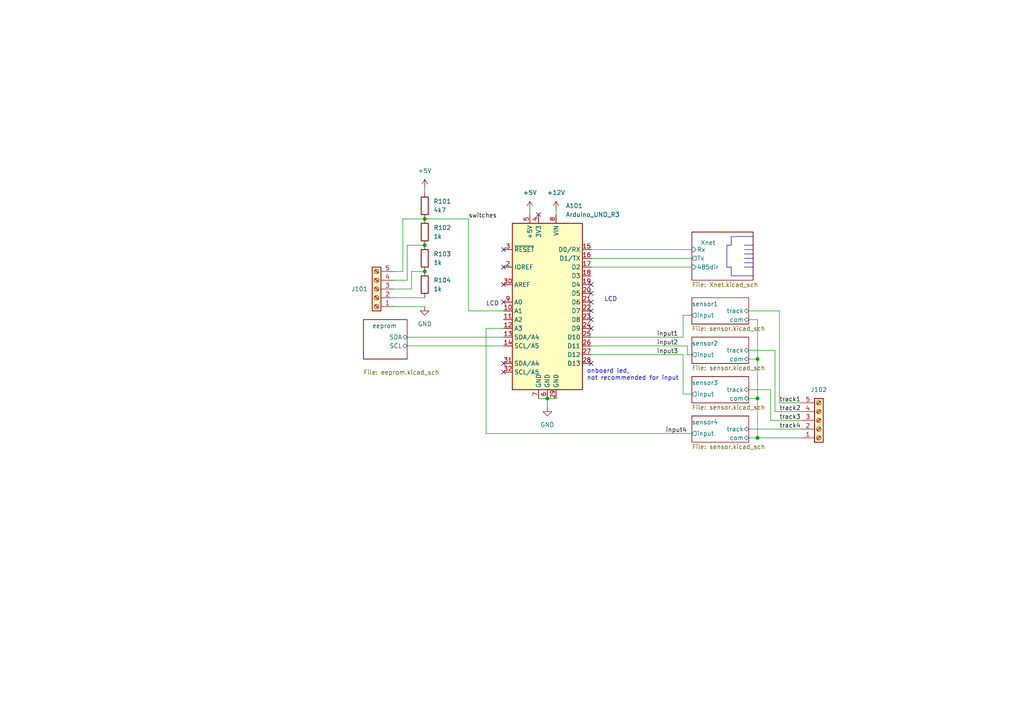
<source format=kicad_sch>
(kicad_sch (version 20230121) (generator eeschema)
  (paper "A4")
  (lib_symbols
    (symbol "Connector:Screw_Terminal_01x05" (pin_names (offset 1.016) hide)
      (property "Reference" "J" (at 0 7.62 0))
      (property "Value" "Screw_Terminal_01x05" (at 0 -7.62 0))
      (symbol "Screw_Terminal_01x05_1_1"
        (rectangle (start -1.27 6.35) (end 1.27 -6.35) (stroke (width 0.254)) (fill (type background)))
        (circle (center 0 -5.08) (radius 0.635) (stroke (width 0.1524)))
        (circle (center 0 -2.54) (radius 0.635) (stroke (width 0.1524)))
        (polyline (pts (xy -0.5334 -4.7498) (xy 0.3302 -5.588)) (stroke (width 0.1524)))
        (polyline (pts (xy -0.5334 -2.2098) (xy 0.3302 -3.048)) (stroke (width 0.1524)))
        (polyline (pts (xy -0.5334 0.3302) (xy 0.3302 -0.508)) (stroke (width 0.1524)))
        (polyline (pts (xy -0.5334 2.8702) (xy 0.3302 2.032)) (stroke (width 0.1524)))
        (polyline (pts (xy -0.5334 5.4102) (xy 0.3302 4.572)) (stroke (width 0.1524)))
        (polyline (pts (xy -0.3556 -4.572) (xy 0.508 -5.4102)) (stroke (width 0.1524)))
        (polyline (pts (xy -0.3556 -2.032) (xy 0.508 -2.8702)) (stroke (width 0.1524)))
        (polyline (pts (xy -0.3556 0.508) (xy 0.508 -0.3302)) (stroke (width 0.1524)))
        (polyline (pts (xy -0.3556 3.048) (xy 0.508 2.2098)) (stroke (width 0.1524)))
        (polyline (pts (xy -0.3556 5.588) (xy 0.508 4.7498)) (stroke (width 0.1524)))
        (circle (center 0 0) (radius 0.635) (stroke (width 0.1524)))
        (circle (center 0 2.54) (radius 0.635) (stroke (width 0.1524)))
        (circle (center 0 5.08) (radius 0.635) (stroke (width 0.1524)))
        (pin passive line (at -5.08 5.08 0) (length 3.81) (name "Pin_1") (number "1"))
        (pin passive line (at -5.08 2.54 0) (length 3.81) (name "Pin_2") (number "2"))
        (pin passive line (at -5.08 0 0) (length 3.81) (name "Pin_3") (number "3"))
        (pin passive line (at -5.08 -2.54 0) (length 3.81) (name "Pin_4") (number "4"))
        (pin passive line (at -5.08 -5.08 0) (length 3.81) (name "Pin_5") (number "5"))
      )
    )
    (symbol "Device:R" (pin_numbers hide) (pin_names (offset 0))
      (property "Reference" "R" (at 2.032 0 90))
      (property "Value" "R" (at 0 0 90))
      (symbol "R_0_1"
        (rectangle (start -1.016 -2.54) (end 1.016 2.54) (stroke (width 0.254)))
      )
      (symbol "R_1_1"
        (pin passive line (at 0 3.81 270) (length 1.27) (name "~") (number "1"))
        (pin passive line (at 0 -3.81 90) (length 1.27) (name "~") (number "2"))
      )
    )
    (symbol "MCU_Module:Arduino_UNO_R3"
      (property "Reference" "A" (at -10.16 23.495 0))
      (property "Value" "Arduino_UNO_R3" (at 5.08 -26.67 0))
      (symbol "Arduino_UNO_R3_0_1"
        (rectangle (start -10.16 22.86) (end 10.16 -25.4) (stroke (width 0.254)) (fill (type background)))
      )
      (symbol "Arduino_UNO_R3_1_1"
        (pin no_connect line (at -10.16 -20.32 0) (length 2.54) hide (name "NC") (number "1"))
        (pin bidirectional line (at 12.7 -2.54 180) (length 2.54) (name "A1") (number "10"))
        (pin bidirectional line (at 12.7 -5.08 180) (length 2.54) (name "A2") (number "11"))
        (pin bidirectional line (at 12.7 -7.62 180) (length 2.54) (name "A3") (number "12"))
        (pin bidirectional line (at 12.7 -10.16 180) (length 2.54) (name "SDA/A4") (number "13"))
        (pin bidirectional line (at 12.7 -12.7 180) (length 2.54) (name "SCL/A5") (number "14"))
        (pin bidirectional line (at -12.7 15.24 0) (length 2.54) (name "D0/RX") (number "15"))
        (pin bidirectional line (at -12.7 12.7 0) (length 2.54) (name "D1/TX") (number "16"))
        (pin bidirectional line (at -12.7 10.16 0) (length 2.54) (name "D2") (number "17"))
        (pin bidirectional line (at -12.7 7.62 0) (length 2.54) (name "D3") (number "18"))
        (pin bidirectional line (at -12.7 5.08 0) (length 2.54) (name "D4") (number "19"))
        (pin output line (at 12.7 10.16 180) (length 2.54) (name "IOREF") (number "2"))
        (pin bidirectional line (at -12.7 2.54 0) (length 2.54) (name "D5") (number "20"))
        (pin bidirectional line (at -12.7 0 0) (length 2.54) (name "D6") (number "21"))
        (pin bidirectional line (at -12.7 -2.54 0) (length 2.54) (name "D7") (number "22"))
        (pin bidirectional line (at -12.7 -5.08 0) (length 2.54) (name "D8") (number "23"))
        (pin bidirectional line (at -12.7 -7.62 0) (length 2.54) (name "D9") (number "24"))
        (pin bidirectional line (at -12.7 -10.16 0) (length 2.54) (name "D10") (number "25"))
        (pin bidirectional line (at -12.7 -12.7 0) (length 2.54) (name "D11") (number "26"))
        (pin bidirectional line (at -12.7 -15.24 0) (length 2.54) (name "D12") (number "27"))
        (pin bidirectional line (at -12.7 -17.78 0) (length 2.54) (name "D13") (number "28"))
        (pin power_in line (at -2.54 -27.94 90) (length 2.54) (name "GND") (number "29"))
        (pin input line (at 12.7 15.24 180) (length 2.54) (name "~{RESET}") (number "3"))
        (pin input line (at 12.7 5.08 180) (length 2.54) (name "AREF") (number "30"))
        (pin bidirectional line (at 12.7 -17.78 180) (length 2.54) (name "SDA/A4") (number "31"))
        (pin bidirectional line (at 12.7 -20.32 180) (length 2.54) (name "SCL/A5") (number "32"))
        (pin power_out line (at 2.54 25.4 270) (length 2.54) (name "3V3") (number "4"))
        (pin power_out line (at 5.08 25.4 270) (length 2.54) (name "+5V") (number "5"))
        (pin power_in line (at 0 -27.94 90) (length 2.54) (name "GND") (number "6"))
        (pin power_in line (at 2.54 -27.94 90) (length 2.54) (name "GND") (number "7"))
        (pin power_in line (at -2.54 25.4 270) (length 2.54) (name "VIN") (number "8"))
        (pin bidirectional line (at 12.7 0 180) (length 2.54) (name "A0") (number "9"))
      )
    )
    (symbol "power:+12V" (power) (pin_names (offset 0))
      (property "Value" "+12V" (at 0 3.556 0))
      (symbol "+12V_0_1"
        (polyline (pts (xy -0.762 1.27) (xy 0 2.54)))
        (polyline (pts (xy 0 0) (xy 0 2.54)))
        (polyline (pts (xy 0 2.54) (xy 0.762 1.27)))
      )
      (symbol "+12V_1_1"
        (pin power_in line (at 0 0 90) (length 0) hide (name "+12V") (number "1"))
      )
    )
    (symbol "power:+5V" (power) (pin_names (offset 0))
      (property "Value" "+5V" (at 0 3.556 0))
      (symbol "+5V_0_1"
        (polyline (pts (xy -0.762 1.27) (xy 0 2.54)))
        (polyline (pts (xy 0 0) (xy 0 2.54)))
        (polyline (pts (xy 0 2.54) (xy 0.762 1.27)))
      )
      (symbol "+5V_1_1"
        (pin power_in line (at 0 0 90) (length 0) hide (name "+5V") (number "1"))
      )
    )
    (symbol "power:GND" (power) (pin_names (offset 0))
      (property "Value" "GND" (at 0 -3.81 0))
      (symbol "GND_0_1"
        (polyline (pts (xy 0 0) (xy 0 -1.27) (xy 1.27 -1.27) (xy 0 -2.54) (xy -1.27 -1.27) (xy 0 -1.27)))
      )
      (symbol "GND_1_1"
        (pin power_in line (at 0 0 270) (length 0) hide (name "GND") (number "1"))
      )
    )
  )
  (junction (at 219.71 115.57))
  (junction (at 219.71 104.14))
  (junction (at 219.71 127))
  (junction (at 123.19 78.74))
  (junction (at 158.75 115.57))
  (junction (at 123.19 71.12))
  (junction (at 123.19 63.5))
  (no_connect (at 146.05 107.95))
  (no_connect (at 146.05 105.41))
  (no_connect (at 171.45 95.25))
  (no_connect (at 171.45 87.63))
  (no_connect (at 146.05 82.55))
  (no_connect (at 171.45 82.55))
  (no_connect (at 146.05 72.39))
  (no_connect (at 146.05 77.47))
  (no_connect (at 171.45 92.71))
  (no_connect (at 146.05 87.63))
  (no_connect (at 156.21 62.23))
  (no_connect (at 171.45 85.09))
  (no_connect (at 171.45 105.41))
  (no_connect (at 171.45 90.17))
  (polyline (pts (xy 210.82 71.12) (xy 212.09 71.12)))
  (polyline (pts (xy 215.9 74.93) (xy 218.44 74.93)))
  (wire (pts (xy 198.12 91.44) (xy 198.12 97.79)))
  (polyline (pts (xy 212.09 71.12) (xy 212.09 68.58)))
  (wire (pts (xy 118.11 81.28) (xy 118.11 71.12)))
  (wire (pts (xy 116.84 78.74) (xy 116.84 63.5)))
  (polyline (pts (xy 215.9 71.12) (xy 218.44 71.12)))
  (wire (pts (xy 217.17 104.14) (xy 219.71 104.14)))
  (wire (pts (xy 123.19 63.5) (xy 135.89 63.5)))
  (wire (pts (xy 114.3 88.9) (xy 123.19 88.9)))
  (wire (pts (xy 217.17 127) (xy 219.71 127)))
  (wire (pts (xy 217.17 92.71) (xy 219.71 92.71)))
  (wire (pts (xy 123.19 54.61) (xy 123.19 55.88)))
  (polyline (pts (xy 210.82 77.47) (xy 210.82 71.12)))
  (wire (pts (xy 156.21 115.57) (xy 158.75 115.57)))
  (wire (pts (xy 200.66 91.44) (xy 198.12 91.44)))
  (wire (pts (xy 198.12 114.3) (xy 200.66 114.3)))
  (wire (pts (xy 118.11 100.33) (xy 146.05 100.33)))
  (wire (pts (xy 171.45 100.33) (xy 199.39 100.33)))
  (wire (pts (xy 153.67 60.96) (xy 153.67 62.23)))
  (wire (pts (xy 119.38 78.74) (xy 119.38 83.82)))
  (wire (pts (xy 114.3 78.74) (xy 116.84 78.74)))
  (wire (pts (xy 118.11 97.79) (xy 146.05 97.79)))
  (wire (pts (xy 114.3 86.36) (xy 123.19 86.36)))
  (wire (pts (xy 199.39 100.33) (xy 199.39 102.87)))
  (wire (pts (xy 171.45 77.47) (xy 200.66 77.47)))
  (polyline (pts (xy 218.44 80.01) (xy 212.09 80.01)))
  (wire (pts (xy 217.17 124.46) (xy 232.41 124.46)))
  (wire (pts (xy 219.71 104.14) (xy 219.71 115.57)))
  (wire (pts (xy 232.41 116.84) (xy 226.06 116.84)))
  (wire (pts (xy 223.52 113.03) (xy 217.17 113.03)))
  (wire (pts (xy 119.38 83.82) (xy 114.3 83.82)))
  (wire (pts (xy 198.12 97.79) (xy 171.45 97.79)))
  (wire (pts (xy 219.71 92.71) (xy 219.71 104.14)))
  (wire (pts (xy 135.89 63.5) (xy 135.89 90.17)))
  (wire (pts (xy 226.06 90.17) (xy 217.17 90.17)))
  (wire (pts (xy 123.19 78.74) (xy 119.38 78.74)))
  (wire (pts (xy 199.39 102.87) (xy 200.66 102.87)))
  (wire (pts (xy 171.45 102.87) (xy 198.12 102.87)))
  (wire (pts (xy 223.52 121.92) (xy 223.52 113.03)))
  (wire (pts (xy 140.97 95.25) (xy 146.05 95.25)))
  (wire (pts (xy 226.06 116.84) (xy 226.06 90.17)))
  (wire (pts (xy 219.71 127) (xy 232.41 127)))
  (wire (pts (xy 171.45 72.39) (xy 200.66 72.39)))
  (polyline (pts (xy 215.9 77.47) (xy 218.44 77.47)))
  (wire (pts (xy 224.79 119.38) (xy 224.79 101.6)))
  (polyline (pts (xy 212.09 68.58) (xy 218.44 68.58)))
  (wire (pts (xy 116.84 63.5) (xy 123.19 63.5)))
  (wire (pts (xy 232.41 121.92) (xy 223.52 121.92)))
  (wire (pts (xy 200.66 125.73) (xy 140.97 125.73)))
  (wire (pts (xy 140.97 125.73) (xy 140.97 95.25)))
  (wire (pts (xy 118.11 71.12) (xy 123.19 71.12)))
  (polyline (pts (xy 212.09 77.47) (xy 210.82 77.47)))
  (wire (pts (xy 198.12 102.87) (xy 198.12 114.3)))
  (polyline (pts (xy 215.9 73.66) (xy 218.44 73.66)))
  (wire (pts (xy 217.17 115.57) (xy 219.71 115.57)))
  (wire (pts (xy 158.75 115.57) (xy 158.75 118.11)))
  (polyline (pts (xy 212.09 80.01) (xy 212.09 77.47)))
  (wire (pts (xy 135.89 90.17) (xy 146.05 90.17)))
  (wire (pts (xy 161.29 60.96) (xy 161.29 62.23)))
  (wire (pts (xy 158.75 115.57) (xy 161.29 115.57)))
  (polyline (pts (xy 215.9 76.2) (xy 218.44 76.2)))
  (wire (pts (xy 114.3 81.28) (xy 118.11 81.28)))
  (wire (pts (xy 171.45 74.93) (xy 200.66 74.93)))
  (wire (pts (xy 224.79 101.6) (xy 217.17 101.6)))
  (wire (pts (xy 219.71 115.57) (xy 219.71 127)))
  (wire (pts (xy 232.41 119.38) (xy 224.79 119.38)))
  (polyline (pts (xy 215.9 72.39) (xy 218.44 72.39)))
  (text "LCD" (at 175.26 87.63 0) (effects (font (size 1.27 1.27)) (justify left bottom)))
  (text "onboard led, \nnot recommended for input" (at 170.18 110.49 0) (effects (font (size 1.27 1.27)) (justify left bottom)))
  (text "LCD" (at 140.97 88.9 0) (effects (font (size 1.27 1.27)) (justify left bottom)))
  (label "track2" (at 226.06 119.38 0))
  (label "input1" (at 190.504 97.79 0))
  (label "input2" (at 190.5 100.33 0))
  (label "track1" (at 226.06 116.84 0))
  (label "input3" (at 190.5 102.87 0))
  (label "track4" (at 226.06 124.46 0))
  (label "track3" (at 226.06 121.92 0))
  (label "input4" (at 193.04 125.73 0))
  (label "switches" (at 135.89 63.5 0))
  (symbol (lib_id "power:GND") (at 158.75 118.11 0) (unit 1)
    (property "Reference" "#PWR0103" (effects hide))
    (property "Value" "GND" (at 158.75 123.19 0))
  )
  (symbol (lib_id "power:+5V") (at 123.19 54.61 0) (unit 1)
    (property "Reference" "#PWR0105" (effects hide))
    (property "Value" "+5V" (at 123.19 49.53 0))
  )
  (symbol (lib_id "Device:R") (at 123.19 82.55 180) (unit 1)
    (property "Reference" "R104" (at 125.73 81.2799 0) (effects (justify right)))
    (property "Value" "1k" (at 125.73 83.8199 0) (effects (justify right)))
    (property "Footprint" "Resistor_THT:R_Axial_DIN0204_L3.6mm_D1.6mm_P7.62mm_Horizontal" (effects hide))
  )
  (symbol (lib_id "power:+5V") (at 153.67 60.96 0) (unit 1)
    (property "Reference" "#PWR0102" (effects hide))
    (property "Value" "+5V" (at 153.67 55.88 0))
  )
  (symbol (lib_id "Device:R") (at 123.19 59.69 180) (unit 1)
    (property "Reference" "R101" (at 125.73 58.4199 0) (effects (justify right)))
    (property "Value" "4k7" (at 125.73 60.9599 0) (effects (justify right)))
    (property "Footprint" "Resistor_THT:R_Axial_DIN0204_L3.6mm_D1.6mm_P7.62mm_Horizontal" (effects hide))
  )
  (symbol (lib_id "power:GND") (at 123.19 88.9 0) (unit 1)
    (property "Reference" "#PWR0104" (effects hide))
    (property "Value" "GND" (at 123.19 93.98 0))
  )
  (symbol (lib_id "MCU_Module:Arduino_UNO_R3") (at 158.75 87.63 0) (mirror y) (unit 1)
    (property "Reference" "A101" (at 164.0587 59.69 0) (effects (justify right)))
    (property "Value" "Arduino_UNO_R3" (at 164.0587 62.23 0) (effects (justify right)))
    (property "Footprint" "custom_kicad_lib_sk:UNO_SHIELD_NEUTRAL" (effects hide))
    (property "Datasheet" "https://www.arduino.cc/en/Main/arduinoBoardUno" (effects hide))
  )
  (symbol (lib_id "Connector:Screw_Terminal_01x05") (at 109.22 83.82 180) (unit 1)
    (property "Reference" "J101" (at 106.68 83.8201 0) (effects (justify left)))
    (property "Value" "Screw_Terminal_01x05" (effects hide))
    (property "Footprint" "TerminalBlock_Phoenix:TerminalBlock_Phoenix_MKDS-1,5-5-5.08_1x05_P5.08mm_Horizontal" (effects hide))
  )
  (symbol (lib_id "Device:R") (at 123.19 67.31 180) (unit 1)
    (property "Reference" "R102" (at 125.73 66.0399 0) (effects (justify right)))
    (property "Value" "1k" (at 125.73 68.5799 0) (effects (justify right)))
    (property "Footprint" "Resistor_THT:R_Axial_DIN0204_L3.6mm_D1.6mm_P7.62mm_Horizontal" (effects hide))
  )
  (symbol (lib_id "Connector:Screw_Terminal_01x05") (at 237.49 121.92 0) (mirror x) (unit 1)
    (property "Reference" "J102" (at 237.49 113.03 0))
    (property "Value" "Screw_Terminal_01x05" (effects hide))
    (property "Footprint" "TerminalBlock_Phoenix:TerminalBlock_Phoenix_MKDS-1,5-5-5.08_1x05_P5.08mm_Horizontal" (effects hide))
  )
  (symbol (lib_id "power:+12V") (at 161.29 60.96 0) (unit 1)
    (property "Reference" "#PWR0101" (effects hide))
    (property "Value" "+12V" (at 161.29 55.88 0))
  )
  (symbol (lib_id "Device:R") (at 123.19 74.93 180) (unit 1)
    (property "Reference" "R103" (at 125.73 73.6599 0) (effects (justify right)))
    (property "Value" "1k" (at 125.73 76.1999 0) (effects (justify right)))
    (property "Footprint" "Resistor_THT:R_Axial_DIN0204_L3.6mm_D1.6mm_P7.62mm_Horizontal" (effects hide))
  )
  (sheet (at 200.66 67.31) (size 17.78 13.97) (stroke (width 0.1524))
    (property "Sheetname" "Xnet" (at 203.2 71.12 0) (effects (justify left bottom)))
    (property "Sheetfile" "Xnet.kicad_sch" (at 200.66 81.8646 0) (effects (justify left top)))
    (pin "485dir" input (at 200.66 77.47 180))
    (pin "Tx" output (at 200.66 74.93 180))
    (pin "Rx" input (at 200.66 72.39 180))
  )
  (sheet (at 200.66 97.79) (size 16.51 7.62) (stroke (width 0.1524))
    (property "Sheetname" "sensor2" (at 200.66 100.33 0) (effects (justify left bottom)))
    (property "Sheetfile" "sensor.kicad_sch" (at 200.66 105.9946 0) (effects (justify left top)))
    (pin "track" bidirectional (at 217.17 101.6 0))
    (pin "com" bidirectional (at 217.17 104.14 0))
    (pin "input" output (at 200.66 102.87 180))
  )
  (sheet (at 200.66 109.22) (size 16.51 7.62) (stroke (width 0.1524))
    (property "Sheetname" "sensor3" (at 200.66 111.76 0) (effects (justify left bottom)))
    (property "Sheetfile" "sensor.kicad_sch" (at 200.66 117.4246 0) (effects (justify left top)))
    (pin "track" bidirectional (at 217.17 113.03 0))
    (pin "com" bidirectional (at 217.17 115.57 0))
    (pin "input" output (at 200.66 114.3 180))
  )
  (sheet (at 200.66 120.65) (size 16.51 7.62) (stroke (width 0.1524))
    (property "Sheetname" "sensor4" (at 200.66 123.19 0) (effects (justify left bottom)))
    (property "Sheetfile" "sensor.kicad_sch" (at 200.66 128.8546 0) (effects (justify left top)))
    (pin "track" bidirectional (at 217.17 124.46 0))
    (pin "com" bidirectional (at 217.17 127 0))
    (pin "input" output (at 200.66 125.73 180))
  )
  (sheet (at 105.41 92.71) (size 12.7 11.43) (stroke (width 0.1524))
    (property "Sheetname" "eeprom" (at 107.95 95.25 0) (effects (justify left bottom)))
    (property "Sheetfile" "eeprom.kicad_sch" (at 105.41 107.2646 0) (effects (justify left top)))
    (pin "SDA" bidirectional (at 118.11 97.79 0))
    (pin "SCL" bidirectional (at 118.11 100.33 0))
  )
  (sheet (at 200.66 86.36) (size 16.51 7.62) (stroke (width 0.1524))
    (property "Sheetname" "sensor1" (at 200.66 88.9 0) (effects (justify left bottom)))
    (property "Sheetfile" "sensor.kicad_sch" (at 200.66 94.5646 0) (effects (justify left top)))
    (pin "track" bidirectional (at 217.17 90.17 0))
    (pin "com" bidirectional (at 217.17 92.71 0))
    (pin "input" output (at 200.66 91.44 180))
  )
)
</source>
